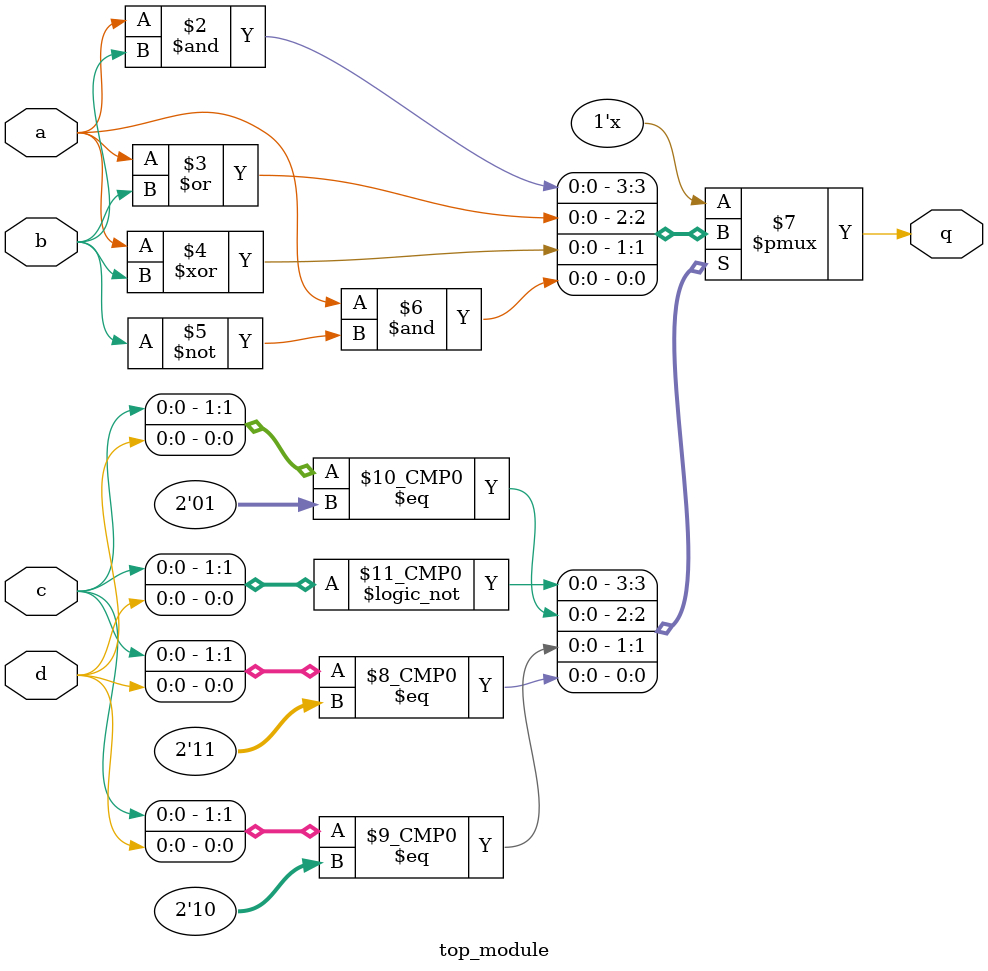
<source format=sv>
module top_module (
    input wire a,
    input wire b,
    input wire c,
    input wire d,
    output reg q
);

    always @(*)
    begin
        case ({c, d})
            2'b00: q = a & b;
            2'b01: q = a | b;
            2'b10: q = a ^ b;
            2'b11: q = a & ~b;
        endcase
    end

endmodule

</source>
